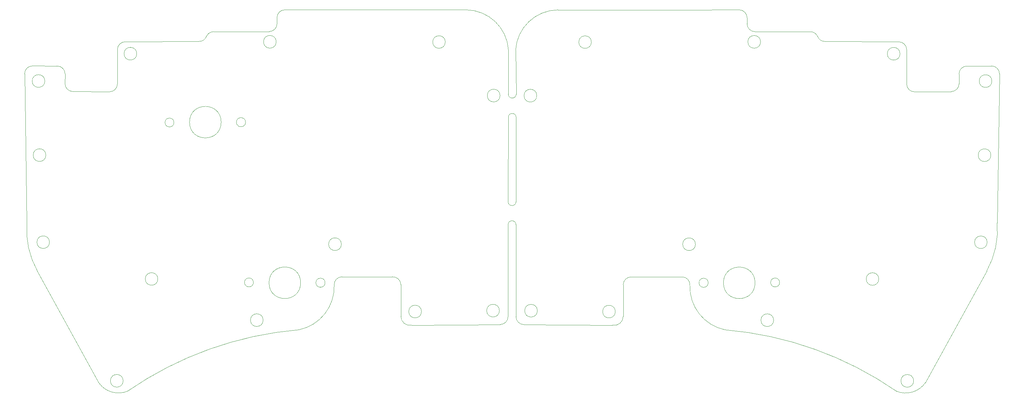
<source format=gbr>
%TF.GenerationSoftware,KiCad,Pcbnew,7.0.10-7.0.10~ubuntu22.04.1*%
%TF.CreationDate,2024-02-24T14:59:25-06:00*%
%TF.ProjectId,roadrunner,726f6164-7275-46e6-9e65-722e6b696361,rev?*%
%TF.SameCoordinates,Original*%
%TF.FileFunction,Profile,NP*%
%FSLAX46Y46*%
G04 Gerber Fmt 4.6, Leading zero omitted, Abs format (unit mm)*
G04 Created by KiCad (PCBNEW 7.0.10-7.0.10~ubuntu22.04.1) date 2024-02-24 14:59:25*
%MOMM*%
%LPD*%
G01*
G04 APERTURE LIST*
%TA.AperFunction,Profile*%
%ADD10C,0.100000*%
%TD*%
G04 APERTURE END LIST*
D10*
X30175578Y-64764271D02*
G75*
G03*
X26955020Y-64764271I-1610279J0D01*
G01*
X26955020Y-64764271D02*
G75*
G03*
X30175578Y-64764271I1610279J0D01*
G01*
X49733578Y-122041271D02*
G75*
G03*
X46513020Y-122041271I-1610279J0D01*
G01*
X46513020Y-122041271D02*
G75*
G03*
X49733578Y-122041271I1610279J0D01*
G01*
X88681305Y-29891305D02*
X88688735Y-31408735D01*
X120046035Y-97652020D02*
G75*
G03*
X117897192Y-95656302I-2019871J-20131D01*
G01*
X94285921Y-109087274D02*
G75*
G03*
X103163729Y-97763759I-2308537J10951853D01*
G01*
X145159310Y-49654271D02*
G75*
G03*
X141920730Y-49654271I-1619290J0D01*
G01*
X141920730Y-49654271D02*
G75*
G03*
X145159310Y-49654271I1619290J0D01*
G01*
X104658735Y-27891305D02*
X90691305Y-27881305D01*
X25370022Y-81930020D02*
G75*
G03*
X27990021Y-94110020I21205942J-1810251D01*
G01*
X94666644Y-97163271D02*
G75*
G03*
X86666020Y-97163271I-4000312J0D01*
G01*
X86666020Y-97163271D02*
G75*
G03*
X94666644Y-97163271I4000312J0D01*
G01*
X82716020Y-97073271D02*
G75*
G03*
X80453102Y-97073271I-1131459J0D01*
G01*
X80453102Y-97073271D02*
G75*
G03*
X82716020Y-97073271I1131459J0D01*
G01*
X100853523Y-97148271D02*
G75*
G03*
X98531257Y-97148271I-1161133J0D01*
G01*
X98531257Y-97148271D02*
G75*
G03*
X100853523Y-97148271I1161133J0D01*
G01*
X120046034Y-105658271D02*
G75*
G03*
X122795095Y-107926637I2288130J-26980D01*
G01*
X145200020Y-107760020D02*
X122795095Y-107926637D01*
X48280020Y-37990020D02*
X48288735Y-46690020D01*
X131289152Y-36062271D02*
G75*
G03*
X128106888Y-36062271I-1591132J0D01*
G01*
X128106888Y-36062271D02*
G75*
G03*
X131289152Y-36062271I1591132J0D01*
G01*
X94285920Y-109087274D02*
G75*
G03*
X50850020Y-124680020I7378454J-88848707D01*
G01*
X29917939Y-45959271D02*
G75*
G03*
X26697381Y-45959271I-1610279J0D01*
G01*
X26697381Y-45959271D02*
G75*
G03*
X29917939Y-45959271I1610279J0D01*
G01*
X105123320Y-95645878D02*
G75*
G03*
X103163731Y-97763759I19744J-1983773D01*
G01*
X50290020Y-35990082D02*
G75*
G03*
X48280020Y-37990020I-56J-2009969D01*
G01*
X26790020Y-42120007D02*
G75*
G03*
X24780020Y-44130020I44J-2010044D01*
G01*
X35007830Y-46615844D02*
X35030903Y-44157772D01*
X58518152Y-96193140D02*
G75*
G03*
X55335888Y-96193140I-1591132J0D01*
G01*
X55335888Y-96193140D02*
G75*
G03*
X58518152Y-96193140I1591132J0D01*
G01*
X90691305Y-27881292D02*
G75*
G03*
X88681305Y-29891305I59J-2010059D01*
G01*
X46290020Y-48700020D02*
X37017830Y-48625844D01*
X86700020Y-33418735D02*
X72651305Y-33431305D01*
X24780020Y-44130020D02*
X25370020Y-81930020D01*
X72651305Y-33431287D02*
G75*
G03*
X70840020Y-34600020I21259J-2020864D01*
G01*
X147280019Y-38100020D02*
G75*
G03*
X136580020Y-27890020I-10833659J-641832D01*
G01*
X68970020Y-35910020D02*
X50290020Y-35990020D01*
X104978578Y-87370271D02*
G75*
G03*
X101758020Y-87370271I-1610279J0D01*
G01*
X101758020Y-87370271D02*
G75*
G03*
X104978578Y-87370271I1610279J0D01*
G01*
X105123320Y-95645830D02*
X117897192Y-95656301D01*
X31090326Y-86862271D02*
G75*
G03*
X27899714Y-86862271I-1595306J0D01*
G01*
X27899714Y-86862271D02*
G75*
G03*
X31090326Y-86862271I1595306J0D01*
G01*
X43550020Y-122520020D02*
X27990020Y-94110020D01*
X53180299Y-39024271D02*
G75*
G03*
X49959741Y-39024271I-1610279J0D01*
G01*
X49959741Y-39024271D02*
G75*
G03*
X53180299Y-39024271I1610279J0D01*
G01*
X144990020Y-104234271D02*
G75*
G03*
X141769462Y-104234271I-1610279J0D01*
G01*
X141769462Y-104234271D02*
G75*
G03*
X144990020Y-104234271I1610279J0D01*
G01*
X120046020Y-97652020D02*
X120046020Y-105653020D01*
X35007871Y-46615844D02*
G75*
G03*
X37017830Y-48625844I2010093J93D01*
G01*
X86700021Y-33418807D02*
G75*
G03*
X88688735Y-31408735I-21457J2010056D01*
G01*
X46290020Y-48700090D02*
G75*
G03*
X48288735Y-46690020I-11356J2010039D01*
G01*
X43549986Y-122520044D02*
G75*
G03*
X50850020Y-124680020I5000878J3485493D01*
G01*
X68970020Y-35910023D02*
G75*
G03*
X70840019Y-34600020I-56J1989772D01*
G01*
X136580020Y-27890020D02*
X104658735Y-27891305D01*
X145200020Y-107760017D02*
G75*
G03*
X147190020Y-105750020I-20066J2009966D01*
G01*
X125260299Y-104464271D02*
G75*
G03*
X122039741Y-104464271I-1610279J0D01*
G01*
X122039741Y-104464271D02*
G75*
G03*
X125260299Y-104464271I1610279J0D01*
G01*
X85180578Y-106644271D02*
G75*
G03*
X81960020Y-106644271I-1610279J0D01*
G01*
X81960020Y-106644271D02*
G75*
G03*
X85180578Y-106644271I1610279J0D01*
G01*
X88490578Y-36004271D02*
G75*
G03*
X85270020Y-36004271I-1610279J0D01*
G01*
X85270020Y-36004271D02*
G75*
G03*
X88490578Y-36004271I1610279J0D01*
G01*
X35030934Y-44157772D02*
G75*
G03*
X32986545Y-42147772I-2010170J121D01*
G01*
X32986545Y-42147772D02*
X26790020Y-42120020D01*
X261349117Y-44173501D02*
X261372190Y-46631573D01*
X225539977Y-34615760D02*
G75*
G03*
X223728715Y-33447034I-1832477J-852040D01*
G01*
X211110000Y-36020000D02*
G75*
G03*
X207889442Y-36020000I-1610279J0D01*
G01*
X207889442Y-36020000D02*
G75*
G03*
X211110000Y-36020000I1610279J0D01*
G01*
X269590000Y-42135749D02*
X263393475Y-42163501D01*
X223728715Y-33447034D02*
X209680000Y-33434464D01*
X241044132Y-96208869D02*
G75*
G03*
X237861868Y-96208869I-1591132J0D01*
G01*
X237861868Y-96208869D02*
G75*
G03*
X241044132Y-96208869I1591132J0D01*
G01*
X147200064Y-76570001D02*
G75*
G03*
X149190000Y-76600000I995036J-10499D01*
G01*
X271599951Y-44145749D02*
G75*
G03*
X269590000Y-42135749I-2009951J49D01*
G01*
X248100026Y-38005749D02*
G75*
G03*
X246090000Y-36005749I-2010026J-10051D01*
G01*
X149189992Y-82420000D02*
G75*
G03*
X147190000Y-82400000I-1000092J400D01*
G01*
X245530008Y-124695738D02*
G75*
G03*
X202094100Y-109103000I-50814408J-73256162D01*
G01*
X225540028Y-34615739D02*
G75*
G03*
X227410000Y-35925749I1869972J679639D01*
G01*
X271010000Y-81945749D02*
X271600000Y-44145749D01*
X168273132Y-36078000D02*
G75*
G03*
X165090868Y-36078000I-1591132J0D01*
G01*
X165090868Y-36078000D02*
G75*
G03*
X168273132Y-36078000I1591132J0D01*
G01*
X249867000Y-122057000D02*
G75*
G03*
X246646442Y-122057000I-1610279J0D01*
G01*
X246646442Y-122057000D02*
G75*
G03*
X249867000Y-122057000I1610279J0D01*
G01*
X80730191Y-56413000D02*
G75*
G03*
X78407925Y-56413000I-1161133J0D01*
G01*
X78407925Y-56413000D02*
G75*
G03*
X80730191Y-56413000I1161133J0D01*
G01*
X149240000Y-49310000D02*
X149100000Y-38121000D01*
X268390000Y-94125749D02*
X252830000Y-122535749D01*
X149230096Y-55200000D02*
X149190000Y-76600000D01*
X248091285Y-46705749D02*
X248100000Y-38005749D01*
X269682639Y-45975000D02*
G75*
G03*
X266462081Y-45975000I-1610279J0D01*
G01*
X266462081Y-45975000D02*
G75*
G03*
X269682639Y-45975000I1610279J0D01*
G01*
X147190000Y-105750000D02*
X147190000Y-82400000D01*
X214420000Y-106660000D02*
G75*
G03*
X211199442Y-106660000I-1610279J0D01*
G01*
X211199442Y-106660000D02*
G75*
G03*
X214420000Y-106660000I1610279J0D01*
G01*
X269425000Y-64780000D02*
G75*
G03*
X266204442Y-64780000I-1610279J0D01*
G01*
X266204442Y-64780000D02*
G75*
G03*
X269425000Y-64780000I1610279J0D01*
G01*
X149230055Y-55199999D02*
G75*
G03*
X147240000Y-55130000I-995555J19999D01*
G01*
X194622000Y-87386000D02*
G75*
G03*
X191401442Y-87386000I-1610279J0D01*
G01*
X191401442Y-87386000D02*
G75*
G03*
X194622000Y-87386000I1610279J0D01*
G01*
X147240008Y-49290000D02*
G75*
G03*
X149240000Y-49310000I999992J-10400D01*
G01*
X74543312Y-56398000D02*
G75*
G03*
X66542688Y-56398000I-4000312J0D01*
G01*
X66542688Y-56398000D02*
G75*
G03*
X74543312Y-56398000I4000312J0D01*
G01*
X263393476Y-42163440D02*
G75*
G03*
X261349117Y-44173501I-34101J-2009969D01*
G01*
X147240000Y-49290000D02*
X147280000Y-38100000D01*
X178482828Y-95672030D02*
X191256700Y-95661559D01*
X268480306Y-86878000D02*
G75*
G03*
X265289694Y-86878000I-1595306J0D01*
G01*
X265289694Y-86878000D02*
G75*
G03*
X268480306Y-86878000I1595306J0D01*
G01*
X246420279Y-39040000D02*
G75*
G03*
X243199721Y-39040000I-1610279J0D01*
G01*
X243199721Y-39040000D02*
G75*
G03*
X246420279Y-39040000I1610279J0D01*
G01*
X62592688Y-56488000D02*
G75*
G03*
X60329770Y-56488000I-1131459J0D01*
G01*
X60329770Y-56488000D02*
G75*
G03*
X62592688Y-56488000I1131459J0D01*
G01*
X176334000Y-105668749D02*
X176334000Y-97667749D01*
X197848763Y-97164000D02*
G75*
G03*
X195526497Y-97164000I-1161133J0D01*
G01*
X195526497Y-97164000D02*
G75*
G03*
X197848763Y-97164000I1161133J0D01*
G01*
X159800000Y-27905728D02*
G75*
G03*
X149100001Y-38115749I133700J-10851872D01*
G01*
X193216302Y-97779489D02*
G75*
G03*
X191256700Y-95661560I-1979402J134089D01*
G01*
X154610558Y-104250000D02*
G75*
G03*
X151390000Y-104250000I-1610279J0D01*
G01*
X151390000Y-104250000D02*
G75*
G03*
X154610558Y-104250000I1610279J0D01*
G01*
X147200000Y-76570000D02*
X147240000Y-55130000D01*
X207691323Y-31424464D02*
G75*
G03*
X209680000Y-33434463I2010077J-36D01*
G01*
X245530019Y-124695701D02*
G75*
G03*
X252830000Y-122535749I2299181J5645301D01*
G01*
X207698666Y-29907034D02*
G75*
G03*
X205688715Y-27897034I-2009966J34D01*
G01*
X191721285Y-27907034D02*
X159800000Y-27905749D01*
X149189951Y-105765749D02*
G75*
G03*
X151180000Y-107775749I2010149J49D01*
G01*
X174340279Y-104480000D02*
G75*
G03*
X171119721Y-104480000I-1610279J0D01*
G01*
X171119721Y-104480000D02*
G75*
G03*
X174340279Y-104480000I1610279J0D01*
G01*
X259362190Y-48641524D02*
G75*
G03*
X261372190Y-46631573I-15J2010015D01*
G01*
X173584925Y-107942366D02*
X151180000Y-107775749D01*
X173584929Y-107942347D02*
G75*
G03*
X176334000Y-105674000I460971J2241347D01*
G01*
X215926918Y-97089000D02*
G75*
G03*
X213664000Y-97089000I-1131459J0D01*
G01*
X213664000Y-97089000D02*
G75*
G03*
X215926918Y-97089000I1131459J0D01*
G01*
X149190000Y-82420000D02*
X149190000Y-105770000D01*
X209714000Y-97179000D02*
G75*
G03*
X201713376Y-97179000I-4000312J0D01*
G01*
X201713376Y-97179000D02*
G75*
G03*
X209714000Y-97179000I4000312J0D01*
G01*
X259362190Y-48641573D02*
X250090000Y-48715749D01*
X268389996Y-94125747D02*
G75*
G03*
X271010000Y-81945749I-18585896J10369747D01*
G01*
X205688715Y-27897034D02*
X191721285Y-27907034D01*
X246090000Y-36005749D02*
X227410000Y-35925749D01*
X154459290Y-49670000D02*
G75*
G03*
X151220710Y-49670000I-1619290J0D01*
G01*
X151220710Y-49670000D02*
G75*
G03*
X154459290Y-49670000I1619290J0D01*
G01*
X193216318Y-97779489D02*
G75*
G03*
X202094100Y-109102999I11186282J-371711D01*
G01*
X248091320Y-46705749D02*
G75*
G03*
X250090000Y-48715748I2009980J-51D01*
G01*
X178482829Y-95672019D02*
G75*
G03*
X176334001Y-97667749I-128929J-2015881D01*
G01*
X207691285Y-31424464D02*
X207698715Y-29907034D01*
M02*

</source>
